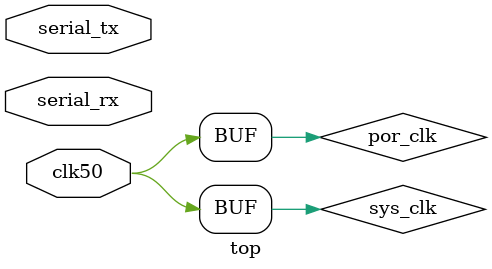
<source format=v>



module top (
	input  wire serial_tx,
	input  wire serial_rx,
	input  wire clk50
);


//------------------------------------------------------------------------------
// Signals
//------------------------------------------------------------------------------

wire sys_clk;
wire sys_rst;
wire por_clk;
reg  int_rst = 1'd1;

//------------------------------------------------------------------------------
// Combinatorial Logic
//------------------------------------------------------------------------------

assign sys_clk = clk50;
assign por_clk = clk50;
assign sys_rst = int_rst;


//------------------------------------------------------------------------------
// Synchronous Logic
//------------------------------------------------------------------------------

always @(posedge por_clk) begin
	int_rst <= 1'd0;
end


//------------------------------------------------------------------------------
// Specialized Logic
//------------------------------------------------------------------------------

endmodule

// -----------------------------------------------------------------------------
//  Auto-Generated by LiteX on 2022-04-07 10:56:07.
//------------------------------------------------------------------------------

</source>
